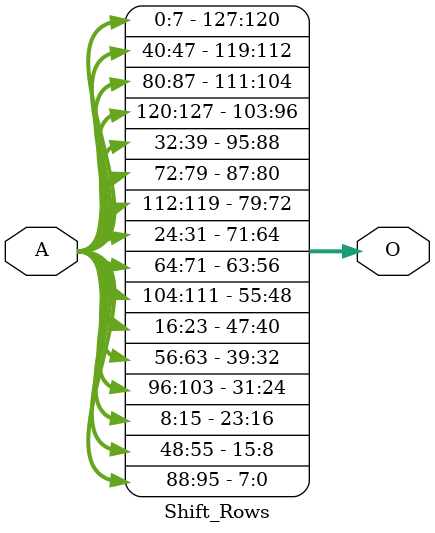
<source format=v>
`timescale 1ns / 1ps


module Shift_Rows(A,O);
input [0:127] A;
output [0:127] O;
//First row
assign O[0:7]=A[0:7];
assign O[32:39]=A[32:39];
assign O[64:71]=A[64:71];
assign O[96:103]=A[96:103];
//second rown
assign O[8:15]=A[40:47];
assign O[40:47]=A[72:79];
assign O[72:79]=A[104:111];
assign O[104:111]=A[8:15];
//third row
assign O[16:23]=A[80:87];
assign O[48:55]=A[112:119];
assign O[80:87]=A[16:23];
assign O[112:119]=A[48:55];
//Fourth row
assign O[24:31]=A[120:127];
assign O[56:63]=A[24:31];
assign O[88:95]=A[56:63];
assign O[120:127]=A[88:95];
/*assign O[0:31]=A[0:31]; // First row remains first row
//Second row
assign O[32:39]=A[40:47];
assign O[40:47]=A[48:55];
assign O[48:55]=A[56:63];
assign O[56:63]=A[32:39];
//thrid row
assign O[64:71]=A[80:87];
assign O[72:79]=A[88:95];
assign O[80:87]=A[64:71];
assign O[88:95]=A[72:79];
//Fourth row
assign O[96:103]=A[120:127];
assign O[104:111]=A[96:103];
assign O[112:119]=A[104:111];
assign O[120:127]=A[112:119];*/
endmodule

</source>
